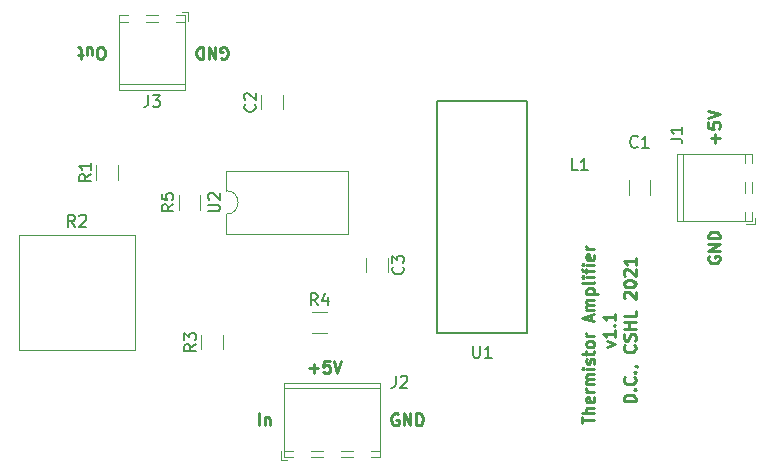
<source format=gbr>
G04 #@! TF.GenerationSoftware,KiCad,Pcbnew,(5.0.2)-1*
G04 #@! TF.CreationDate,2021-10-26T14:02:46-04:00*
G04 #@! TF.ProjectId,thermistor_amplifier,74686572-6d69-4737-946f-725f616d706c,rev?*
G04 #@! TF.SameCoordinates,Original*
G04 #@! TF.FileFunction,Legend,Top*
G04 #@! TF.FilePolarity,Positive*
%FSLAX46Y46*%
G04 Gerber Fmt 4.6, Leading zero omitted, Abs format (unit mm)*
G04 Created by KiCad (PCBNEW (5.0.2)-1) date 10/26/2021 2:02:46 PM*
%MOMM*%
%LPD*%
G01*
G04 APERTURE LIST*
%ADD10C,0.250000*%
%ADD11C,0.120000*%
%ADD12C,0.150000*%
G04 APERTURE END LIST*
D10*
X109981904Y-65270000D02*
X110077142Y-65317619D01*
X110220000Y-65317619D01*
X110362857Y-65270000D01*
X110458095Y-65174761D01*
X110505714Y-65079523D01*
X110553333Y-64889047D01*
X110553333Y-64746190D01*
X110505714Y-64555714D01*
X110458095Y-64460476D01*
X110362857Y-64365238D01*
X110220000Y-64317619D01*
X110124761Y-64317619D01*
X109981904Y-64365238D01*
X109934285Y-64412857D01*
X109934285Y-64746190D01*
X110124761Y-64746190D01*
X109505714Y-64317619D02*
X109505714Y-65317619D01*
X108934285Y-64317619D01*
X108934285Y-65317619D01*
X108458095Y-64317619D02*
X108458095Y-65317619D01*
X108220000Y-65317619D01*
X108077142Y-65270000D01*
X107981904Y-65174761D01*
X107934285Y-65079523D01*
X107886666Y-64889047D01*
X107886666Y-64746190D01*
X107934285Y-64555714D01*
X107981904Y-64460476D01*
X108077142Y-64365238D01*
X108220000Y-64317619D01*
X108458095Y-64317619D01*
X99893333Y-65317619D02*
X99702857Y-65317619D01*
X99607619Y-65270000D01*
X99512380Y-65174761D01*
X99464761Y-64984285D01*
X99464761Y-64650952D01*
X99512380Y-64460476D01*
X99607619Y-64365238D01*
X99702857Y-64317619D01*
X99893333Y-64317619D01*
X99988571Y-64365238D01*
X100083809Y-64460476D01*
X100131428Y-64650952D01*
X100131428Y-64984285D01*
X100083809Y-65174761D01*
X99988571Y-65270000D01*
X99893333Y-65317619D01*
X98607619Y-64984285D02*
X98607619Y-64317619D01*
X99036190Y-64984285D02*
X99036190Y-64460476D01*
X98988571Y-64365238D01*
X98893333Y-64317619D01*
X98750476Y-64317619D01*
X98655238Y-64365238D01*
X98607619Y-64412857D01*
X98274285Y-64984285D02*
X97893333Y-64984285D01*
X98131428Y-65317619D02*
X98131428Y-64460476D01*
X98083809Y-64365238D01*
X97988571Y-64317619D01*
X97893333Y-64317619D01*
X124968095Y-95385000D02*
X124872857Y-95337380D01*
X124730000Y-95337380D01*
X124587142Y-95385000D01*
X124491904Y-95480238D01*
X124444285Y-95575476D01*
X124396666Y-95765952D01*
X124396666Y-95908809D01*
X124444285Y-96099285D01*
X124491904Y-96194523D01*
X124587142Y-96289761D01*
X124730000Y-96337380D01*
X124825238Y-96337380D01*
X124968095Y-96289761D01*
X125015714Y-96242142D01*
X125015714Y-95908809D01*
X124825238Y-95908809D01*
X125444285Y-96337380D02*
X125444285Y-95337380D01*
X126015714Y-96337380D01*
X126015714Y-95337380D01*
X126491904Y-96337380D02*
X126491904Y-95337380D01*
X126730000Y-95337380D01*
X126872857Y-95385000D01*
X126968095Y-95480238D01*
X127015714Y-95575476D01*
X127063333Y-95765952D01*
X127063333Y-95908809D01*
X127015714Y-96099285D01*
X126968095Y-96194523D01*
X126872857Y-96289761D01*
X126730000Y-96337380D01*
X126491904Y-96337380D01*
X117459285Y-91511428D02*
X118221190Y-91511428D01*
X117840238Y-91892380D02*
X117840238Y-91130476D01*
X119173571Y-90892380D02*
X118697380Y-90892380D01*
X118649761Y-91368571D01*
X118697380Y-91320952D01*
X118792619Y-91273333D01*
X119030714Y-91273333D01*
X119125952Y-91320952D01*
X119173571Y-91368571D01*
X119221190Y-91463809D01*
X119221190Y-91701904D01*
X119173571Y-91797142D01*
X119125952Y-91844761D01*
X119030714Y-91892380D01*
X118792619Y-91892380D01*
X118697380Y-91844761D01*
X118649761Y-91797142D01*
X119506904Y-90892380D02*
X119840238Y-91892380D01*
X120173571Y-90892380D01*
X113212619Y-96337380D02*
X113212619Y-95337380D01*
X113688809Y-95670714D02*
X113688809Y-96337380D01*
X113688809Y-95765952D02*
X113736428Y-95718333D01*
X113831666Y-95670714D01*
X113974523Y-95670714D01*
X114069761Y-95718333D01*
X114117380Y-95813571D01*
X114117380Y-96337380D01*
X151265000Y-82041904D02*
X151217380Y-82137142D01*
X151217380Y-82280000D01*
X151265000Y-82422857D01*
X151360238Y-82518095D01*
X151455476Y-82565714D01*
X151645952Y-82613333D01*
X151788809Y-82613333D01*
X151979285Y-82565714D01*
X152074523Y-82518095D01*
X152169761Y-82422857D01*
X152217380Y-82280000D01*
X152217380Y-82184761D01*
X152169761Y-82041904D01*
X152122142Y-81994285D01*
X151788809Y-81994285D01*
X151788809Y-82184761D01*
X152217380Y-81565714D02*
X151217380Y-81565714D01*
X152217380Y-80994285D01*
X151217380Y-80994285D01*
X152217380Y-80518095D02*
X151217380Y-80518095D01*
X151217380Y-80280000D01*
X151265000Y-80137142D01*
X151360238Y-80041904D01*
X151455476Y-79994285D01*
X151645952Y-79946666D01*
X151788809Y-79946666D01*
X151979285Y-79994285D01*
X152074523Y-80041904D01*
X152169761Y-80137142D01*
X152217380Y-80280000D01*
X152217380Y-80518095D01*
X151836428Y-72405714D02*
X151836428Y-71643809D01*
X152217380Y-72024761D02*
X151455476Y-72024761D01*
X151217380Y-70691428D02*
X151217380Y-71167619D01*
X151693571Y-71215238D01*
X151645952Y-71167619D01*
X151598333Y-71072380D01*
X151598333Y-70834285D01*
X151645952Y-70739047D01*
X151693571Y-70691428D01*
X151788809Y-70643809D01*
X152026904Y-70643809D01*
X152122142Y-70691428D01*
X152169761Y-70739047D01*
X152217380Y-70834285D01*
X152217380Y-71072380D01*
X152169761Y-71167619D01*
X152122142Y-71215238D01*
X151217380Y-70358095D02*
X152217380Y-70024761D01*
X151217380Y-69691428D01*
X140577380Y-96169761D02*
X140577380Y-95598333D01*
X141577380Y-95884047D02*
X140577380Y-95884047D01*
X141577380Y-95265000D02*
X140577380Y-95265000D01*
X141577380Y-94836428D02*
X141053571Y-94836428D01*
X140958333Y-94884047D01*
X140910714Y-94979285D01*
X140910714Y-95122142D01*
X140958333Y-95217380D01*
X141005952Y-95265000D01*
X141529761Y-93979285D02*
X141577380Y-94074523D01*
X141577380Y-94265000D01*
X141529761Y-94360238D01*
X141434523Y-94407857D01*
X141053571Y-94407857D01*
X140958333Y-94360238D01*
X140910714Y-94265000D01*
X140910714Y-94074523D01*
X140958333Y-93979285D01*
X141053571Y-93931666D01*
X141148809Y-93931666D01*
X141244047Y-94407857D01*
X141577380Y-93503095D02*
X140910714Y-93503095D01*
X141101190Y-93503095D02*
X141005952Y-93455476D01*
X140958333Y-93407857D01*
X140910714Y-93312619D01*
X140910714Y-93217380D01*
X141577380Y-92884047D02*
X140910714Y-92884047D01*
X141005952Y-92884047D02*
X140958333Y-92836428D01*
X140910714Y-92741190D01*
X140910714Y-92598333D01*
X140958333Y-92503095D01*
X141053571Y-92455476D01*
X141577380Y-92455476D01*
X141053571Y-92455476D02*
X140958333Y-92407857D01*
X140910714Y-92312619D01*
X140910714Y-92169761D01*
X140958333Y-92074523D01*
X141053571Y-92026904D01*
X141577380Y-92026904D01*
X141577380Y-91550714D02*
X140910714Y-91550714D01*
X140577380Y-91550714D02*
X140625000Y-91598333D01*
X140672619Y-91550714D01*
X140625000Y-91503095D01*
X140577380Y-91550714D01*
X140672619Y-91550714D01*
X141529761Y-91122142D02*
X141577380Y-91026904D01*
X141577380Y-90836428D01*
X141529761Y-90741190D01*
X141434523Y-90693571D01*
X141386904Y-90693571D01*
X141291666Y-90741190D01*
X141244047Y-90836428D01*
X141244047Y-90979285D01*
X141196428Y-91074523D01*
X141101190Y-91122142D01*
X141053571Y-91122142D01*
X140958333Y-91074523D01*
X140910714Y-90979285D01*
X140910714Y-90836428D01*
X140958333Y-90741190D01*
X140910714Y-90407857D02*
X140910714Y-90026904D01*
X140577380Y-90265000D02*
X141434523Y-90265000D01*
X141529761Y-90217380D01*
X141577380Y-90122142D01*
X141577380Y-90026904D01*
X141577380Y-89550714D02*
X141529761Y-89645952D01*
X141482142Y-89693571D01*
X141386904Y-89741190D01*
X141101190Y-89741190D01*
X141005952Y-89693571D01*
X140958333Y-89645952D01*
X140910714Y-89550714D01*
X140910714Y-89407857D01*
X140958333Y-89312619D01*
X141005952Y-89265000D01*
X141101190Y-89217380D01*
X141386904Y-89217380D01*
X141482142Y-89265000D01*
X141529761Y-89312619D01*
X141577380Y-89407857D01*
X141577380Y-89550714D01*
X141577380Y-88788809D02*
X140910714Y-88788809D01*
X141101190Y-88788809D02*
X141005952Y-88741190D01*
X140958333Y-88693571D01*
X140910714Y-88598333D01*
X140910714Y-88503095D01*
X141291666Y-87455476D02*
X141291666Y-86979285D01*
X141577380Y-87550714D02*
X140577380Y-87217380D01*
X141577380Y-86884047D01*
X141577380Y-86550714D02*
X140910714Y-86550714D01*
X141005952Y-86550714D02*
X140958333Y-86503095D01*
X140910714Y-86407857D01*
X140910714Y-86265000D01*
X140958333Y-86169761D01*
X141053571Y-86122142D01*
X141577380Y-86122142D01*
X141053571Y-86122142D02*
X140958333Y-86074523D01*
X140910714Y-85979285D01*
X140910714Y-85836428D01*
X140958333Y-85741190D01*
X141053571Y-85693571D01*
X141577380Y-85693571D01*
X140910714Y-85217380D02*
X141910714Y-85217380D01*
X140958333Y-85217380D02*
X140910714Y-85122142D01*
X140910714Y-84931666D01*
X140958333Y-84836428D01*
X141005952Y-84788809D01*
X141101190Y-84741190D01*
X141386904Y-84741190D01*
X141482142Y-84788809D01*
X141529761Y-84836428D01*
X141577380Y-84931666D01*
X141577380Y-85122142D01*
X141529761Y-85217380D01*
X141577380Y-84169761D02*
X141529761Y-84265000D01*
X141434523Y-84312619D01*
X140577380Y-84312619D01*
X141577380Y-83788809D02*
X140910714Y-83788809D01*
X140577380Y-83788809D02*
X140625000Y-83836428D01*
X140672619Y-83788809D01*
X140625000Y-83741190D01*
X140577380Y-83788809D01*
X140672619Y-83788809D01*
X140910714Y-83455476D02*
X140910714Y-83074523D01*
X141577380Y-83312619D02*
X140720238Y-83312619D01*
X140625000Y-83265000D01*
X140577380Y-83169761D01*
X140577380Y-83074523D01*
X141577380Y-82741190D02*
X140910714Y-82741190D01*
X140577380Y-82741190D02*
X140625000Y-82788809D01*
X140672619Y-82741190D01*
X140625000Y-82693571D01*
X140577380Y-82741190D01*
X140672619Y-82741190D01*
X141529761Y-81884047D02*
X141577380Y-81979285D01*
X141577380Y-82169761D01*
X141529761Y-82265000D01*
X141434523Y-82312619D01*
X141053571Y-82312619D01*
X140958333Y-82265000D01*
X140910714Y-82169761D01*
X140910714Y-81979285D01*
X140958333Y-81884047D01*
X141053571Y-81836428D01*
X141148809Y-81836428D01*
X141244047Y-82312619D01*
X141577380Y-81407857D02*
X140910714Y-81407857D01*
X141101190Y-81407857D02*
X141005952Y-81360238D01*
X140958333Y-81312619D01*
X140910714Y-81217380D01*
X140910714Y-81122142D01*
X142660714Y-89693571D02*
X143327380Y-89455476D01*
X142660714Y-89217380D01*
X143327380Y-88312619D02*
X143327380Y-88884047D01*
X143327380Y-88598333D02*
X142327380Y-88598333D01*
X142470238Y-88693571D01*
X142565476Y-88788809D01*
X142613095Y-88884047D01*
X143232142Y-87884047D02*
X143279761Y-87836428D01*
X143327380Y-87884047D01*
X143279761Y-87931666D01*
X143232142Y-87884047D01*
X143327380Y-87884047D01*
X143327380Y-86884047D02*
X143327380Y-87455476D01*
X143327380Y-87169761D02*
X142327380Y-87169761D01*
X142470238Y-87265000D01*
X142565476Y-87360238D01*
X142613095Y-87455476D01*
X145077380Y-94312619D02*
X144077380Y-94312619D01*
X144077380Y-94074523D01*
X144125000Y-93931666D01*
X144220238Y-93836428D01*
X144315476Y-93788809D01*
X144505952Y-93741190D01*
X144648809Y-93741190D01*
X144839285Y-93788809D01*
X144934523Y-93836428D01*
X145029761Y-93931666D01*
X145077380Y-94074523D01*
X145077380Y-94312619D01*
X144982142Y-93312619D02*
X145029761Y-93265000D01*
X145077380Y-93312619D01*
X145029761Y-93360238D01*
X144982142Y-93312619D01*
X145077380Y-93312619D01*
X144982142Y-92265000D02*
X145029761Y-92312619D01*
X145077380Y-92455476D01*
X145077380Y-92550714D01*
X145029761Y-92693571D01*
X144934523Y-92788809D01*
X144839285Y-92836428D01*
X144648809Y-92884047D01*
X144505952Y-92884047D01*
X144315476Y-92836428D01*
X144220238Y-92788809D01*
X144125000Y-92693571D01*
X144077380Y-92550714D01*
X144077380Y-92455476D01*
X144125000Y-92312619D01*
X144172619Y-92265000D01*
X144982142Y-91836428D02*
X145029761Y-91788809D01*
X145077380Y-91836428D01*
X145029761Y-91884047D01*
X144982142Y-91836428D01*
X145077380Y-91836428D01*
X145029761Y-91312619D02*
X145077380Y-91312619D01*
X145172619Y-91360238D01*
X145220238Y-91407857D01*
X144982142Y-89550714D02*
X145029761Y-89598333D01*
X145077380Y-89741190D01*
X145077380Y-89836428D01*
X145029761Y-89979285D01*
X144934523Y-90074523D01*
X144839285Y-90122142D01*
X144648809Y-90169761D01*
X144505952Y-90169761D01*
X144315476Y-90122142D01*
X144220238Y-90074523D01*
X144125000Y-89979285D01*
X144077380Y-89836428D01*
X144077380Y-89741190D01*
X144125000Y-89598333D01*
X144172619Y-89550714D01*
X145029761Y-89169761D02*
X145077380Y-89026904D01*
X145077380Y-88788809D01*
X145029761Y-88693571D01*
X144982142Y-88645952D01*
X144886904Y-88598333D01*
X144791666Y-88598333D01*
X144696428Y-88645952D01*
X144648809Y-88693571D01*
X144601190Y-88788809D01*
X144553571Y-88979285D01*
X144505952Y-89074523D01*
X144458333Y-89122142D01*
X144363095Y-89169761D01*
X144267857Y-89169761D01*
X144172619Y-89122142D01*
X144125000Y-89074523D01*
X144077380Y-88979285D01*
X144077380Y-88741190D01*
X144125000Y-88598333D01*
X145077380Y-88169761D02*
X144077380Y-88169761D01*
X144553571Y-88169761D02*
X144553571Y-87598333D01*
X145077380Y-87598333D02*
X144077380Y-87598333D01*
X145077380Y-86645952D02*
X145077380Y-87122142D01*
X144077380Y-87122142D01*
X144172619Y-85598333D02*
X144125000Y-85550714D01*
X144077380Y-85455476D01*
X144077380Y-85217380D01*
X144125000Y-85122142D01*
X144172619Y-85074523D01*
X144267857Y-85026904D01*
X144363095Y-85026904D01*
X144505952Y-85074523D01*
X145077380Y-85645952D01*
X145077380Y-85026904D01*
X144077380Y-84407857D02*
X144077380Y-84312619D01*
X144125000Y-84217380D01*
X144172619Y-84169761D01*
X144267857Y-84122142D01*
X144458333Y-84074523D01*
X144696428Y-84074523D01*
X144886904Y-84122142D01*
X144982142Y-84169761D01*
X145029761Y-84217380D01*
X145077380Y-84312619D01*
X145077380Y-84407857D01*
X145029761Y-84503095D01*
X144982142Y-84550714D01*
X144886904Y-84598333D01*
X144696428Y-84645952D01*
X144458333Y-84645952D01*
X144267857Y-84598333D01*
X144172619Y-84550714D01*
X144125000Y-84503095D01*
X144077380Y-84407857D01*
X144172619Y-83693571D02*
X144125000Y-83645952D01*
X144077380Y-83550714D01*
X144077380Y-83312619D01*
X144125000Y-83217380D01*
X144172619Y-83169761D01*
X144267857Y-83122142D01*
X144363095Y-83122142D01*
X144505952Y-83169761D01*
X145077380Y-83741190D01*
X145077380Y-83122142D01*
X145077380Y-82169761D02*
X145077380Y-82741190D01*
X145077380Y-82455476D02*
X144077380Y-82455476D01*
X144220238Y-82550714D01*
X144315476Y-82645952D01*
X144363095Y-82741190D01*
D11*
G04 #@! TO.C,C1*
X144505000Y-76802064D02*
X144505000Y-75597936D01*
X146325000Y-76802064D02*
X146325000Y-75597936D01*
G04 #@! TO.C,C2*
X113390000Y-69599564D02*
X113390000Y-68395436D01*
X115210000Y-69599564D02*
X115210000Y-68395436D01*
G04 #@! TO.C,C3*
X122280000Y-82165436D02*
X122280000Y-83369564D01*
X124100000Y-82165436D02*
X124100000Y-83369564D01*
G04 #@! TO.C,J1*
X155165000Y-79270000D02*
X155165000Y-78770000D01*
X154425000Y-79270000D02*
X155165000Y-79270000D01*
X148605000Y-73370000D02*
X154925000Y-73370000D01*
X148605000Y-79030000D02*
X154925000Y-79030000D01*
X154925000Y-74140000D02*
X154925000Y-73370000D01*
X154925000Y-76680000D02*
X154925000Y-75720000D01*
X154925000Y-79030000D02*
X154925000Y-78260000D01*
X148605000Y-79030000D02*
X148605000Y-73370000D01*
X149065000Y-79030000D02*
X149065000Y-73370000D01*
X154365000Y-74140000D02*
X154365000Y-73370000D01*
X154365000Y-76680000D02*
X154365000Y-75720000D01*
X154365000Y-79030000D02*
X154365000Y-78260000D01*
G04 #@! TO.C,J2*
X115280000Y-98485000D02*
X116050000Y-98485000D01*
X117630000Y-98485000D02*
X118590000Y-98485000D01*
X120170000Y-98485000D02*
X121130000Y-98485000D01*
X122710000Y-98485000D02*
X123480000Y-98485000D01*
X115280000Y-93185000D02*
X123480000Y-93185000D01*
X115280000Y-92725000D02*
X123480000Y-92725000D01*
X115280000Y-99045000D02*
X116050000Y-99045000D01*
X117630000Y-99045000D02*
X118590000Y-99045000D01*
X120170000Y-99045000D02*
X121130000Y-99045000D01*
X122710000Y-99045000D02*
X123480000Y-99045000D01*
X115280000Y-92725000D02*
X115280000Y-99045000D01*
X123480000Y-92725000D02*
X123480000Y-99045000D01*
X115040000Y-98545000D02*
X115040000Y-99285000D01*
X115040000Y-99285000D02*
X115540000Y-99285000D01*
G04 #@! TO.C,J3*
X106970000Y-62170000D02*
X106200000Y-62170000D01*
X104620000Y-62170000D02*
X103660000Y-62170000D01*
X102080000Y-62170000D02*
X101310000Y-62170000D01*
X106970000Y-67470000D02*
X101310000Y-67470000D01*
X106970000Y-67930000D02*
X101310000Y-67930000D01*
X106970000Y-61610000D02*
X106200000Y-61610000D01*
X104620000Y-61610000D02*
X103660000Y-61610000D01*
X102080000Y-61610000D02*
X101310000Y-61610000D01*
X106970000Y-67930000D02*
X106970000Y-61610000D01*
X101310000Y-67930000D02*
X101310000Y-61610000D01*
X107210000Y-62110000D02*
X107210000Y-61370000D01*
X107210000Y-61370000D02*
X106710000Y-61370000D01*
G04 #@! TO.C,R1*
X99420000Y-75532064D02*
X99420000Y-74327936D01*
X101240000Y-75532064D02*
X101240000Y-74327936D01*
G04 #@! TO.C,R3*
X110130000Y-89919564D02*
X110130000Y-88715436D01*
X108310000Y-89919564D02*
X108310000Y-88715436D01*
G04 #@! TO.C,R4*
X118929564Y-88540000D02*
X117725436Y-88540000D01*
X118929564Y-86720000D02*
X117725436Y-86720000D01*
G04 #@! TO.C,R5*
X106405000Y-78072064D02*
X106405000Y-76867936D01*
X108225000Y-78072064D02*
X108225000Y-76867936D01*
D12*
G04 #@! TO.C,U1*
X135890000Y-68915000D02*
X135890000Y-88565000D01*
X135890000Y-88565000D02*
X128270000Y-88565000D01*
X128270000Y-88565000D02*
X128270000Y-68915000D01*
X128270000Y-68915000D02*
X135890000Y-68915000D01*
D11*
G04 #@! TO.C,U2*
X110430000Y-76470000D02*
G75*
G02X110430000Y-78470000I0J-1000000D01*
G01*
X110430000Y-78470000D02*
X110430000Y-80120000D01*
X110430000Y-80120000D02*
X120710000Y-80120000D01*
X120710000Y-80120000D02*
X120710000Y-74820000D01*
X120710000Y-74820000D02*
X110430000Y-74820000D01*
X110430000Y-74820000D02*
X110430000Y-76470000D01*
G04 #@! TO.C,R2*
X92890000Y-80205000D02*
X102660000Y-80205000D01*
X92890000Y-89975000D02*
X102660000Y-89975000D01*
X92890000Y-80205000D02*
X92890000Y-89975000D01*
X102660000Y-80205000D02*
X102660000Y-89975000D01*
G04 #@! TO.C,L1*
D12*
X140168333Y-74747380D02*
X139692142Y-74747380D01*
X139692142Y-73747380D01*
X141025476Y-74747380D02*
X140454047Y-74747380D01*
X140739761Y-74747380D02*
X140739761Y-73747380D01*
X140644523Y-73890238D01*
X140549285Y-73985476D01*
X140454047Y-74033095D01*
G04 #@! TO.C,C1*
X145248333Y-72747142D02*
X145200714Y-72794761D01*
X145057857Y-72842380D01*
X144962619Y-72842380D01*
X144819761Y-72794761D01*
X144724523Y-72699523D01*
X144676904Y-72604285D01*
X144629285Y-72413809D01*
X144629285Y-72270952D01*
X144676904Y-72080476D01*
X144724523Y-71985238D01*
X144819761Y-71890000D01*
X144962619Y-71842380D01*
X145057857Y-71842380D01*
X145200714Y-71890000D01*
X145248333Y-71937619D01*
X146200714Y-72842380D02*
X145629285Y-72842380D01*
X145915000Y-72842380D02*
X145915000Y-71842380D01*
X145819761Y-71985238D01*
X145724523Y-72080476D01*
X145629285Y-72128095D01*
G04 #@! TO.C,C2*
X112837142Y-69164166D02*
X112884761Y-69211785D01*
X112932380Y-69354642D01*
X112932380Y-69449880D01*
X112884761Y-69592738D01*
X112789523Y-69687976D01*
X112694285Y-69735595D01*
X112503809Y-69783214D01*
X112360952Y-69783214D01*
X112170476Y-69735595D01*
X112075238Y-69687976D01*
X111980000Y-69592738D01*
X111932380Y-69449880D01*
X111932380Y-69354642D01*
X111980000Y-69211785D01*
X112027619Y-69164166D01*
X112027619Y-68783214D02*
X111980000Y-68735595D01*
X111932380Y-68640357D01*
X111932380Y-68402261D01*
X111980000Y-68307023D01*
X112027619Y-68259404D01*
X112122857Y-68211785D01*
X112218095Y-68211785D01*
X112360952Y-68259404D01*
X112932380Y-68830833D01*
X112932380Y-68211785D01*
G04 #@! TO.C,C3*
X125367142Y-82934166D02*
X125414761Y-82981785D01*
X125462380Y-83124642D01*
X125462380Y-83219880D01*
X125414761Y-83362738D01*
X125319523Y-83457976D01*
X125224285Y-83505595D01*
X125033809Y-83553214D01*
X124890952Y-83553214D01*
X124700476Y-83505595D01*
X124605238Y-83457976D01*
X124510000Y-83362738D01*
X124462380Y-83219880D01*
X124462380Y-83124642D01*
X124510000Y-82981785D01*
X124557619Y-82934166D01*
X124462380Y-82600833D02*
X124462380Y-81981785D01*
X124843333Y-82315119D01*
X124843333Y-82172261D01*
X124890952Y-82077023D01*
X124938571Y-82029404D01*
X125033809Y-81981785D01*
X125271904Y-81981785D01*
X125367142Y-82029404D01*
X125414761Y-82077023D01*
X125462380Y-82172261D01*
X125462380Y-82457976D01*
X125414761Y-82553214D01*
X125367142Y-82600833D01*
G04 #@! TO.C,J1*
X148042380Y-72088333D02*
X148756666Y-72088333D01*
X148899523Y-72135952D01*
X148994761Y-72231190D01*
X149042380Y-72374047D01*
X149042380Y-72469285D01*
X149042380Y-71088333D02*
X149042380Y-71659761D01*
X149042380Y-71374047D02*
X148042380Y-71374047D01*
X148185238Y-71469285D01*
X148280476Y-71564523D01*
X148328095Y-71659761D01*
G04 #@! TO.C,J2*
X124761666Y-92162380D02*
X124761666Y-92876666D01*
X124714047Y-93019523D01*
X124618809Y-93114761D01*
X124475952Y-93162380D01*
X124380714Y-93162380D01*
X125190238Y-92257619D02*
X125237857Y-92210000D01*
X125333095Y-92162380D01*
X125571190Y-92162380D01*
X125666428Y-92210000D01*
X125714047Y-92257619D01*
X125761666Y-92352857D01*
X125761666Y-92448095D01*
X125714047Y-92590952D01*
X125142619Y-93162380D01*
X125761666Y-93162380D01*
G04 #@! TO.C,J3*
X103806666Y-68382380D02*
X103806666Y-69096666D01*
X103759047Y-69239523D01*
X103663809Y-69334761D01*
X103520952Y-69382380D01*
X103425714Y-69382380D01*
X104187619Y-68382380D02*
X104806666Y-68382380D01*
X104473333Y-68763333D01*
X104616190Y-68763333D01*
X104711428Y-68810952D01*
X104759047Y-68858571D01*
X104806666Y-68953809D01*
X104806666Y-69191904D01*
X104759047Y-69287142D01*
X104711428Y-69334761D01*
X104616190Y-69382380D01*
X104330476Y-69382380D01*
X104235238Y-69334761D01*
X104187619Y-69287142D01*
G04 #@! TO.C,R1*
X98962380Y-75096666D02*
X98486190Y-75430000D01*
X98962380Y-75668095D02*
X97962380Y-75668095D01*
X97962380Y-75287142D01*
X98010000Y-75191904D01*
X98057619Y-75144285D01*
X98152857Y-75096666D01*
X98295714Y-75096666D01*
X98390952Y-75144285D01*
X98438571Y-75191904D01*
X98486190Y-75287142D01*
X98486190Y-75668095D01*
X98962380Y-74144285D02*
X98962380Y-74715714D01*
X98962380Y-74430000D02*
X97962380Y-74430000D01*
X98105238Y-74525238D01*
X98200476Y-74620476D01*
X98248095Y-74715714D01*
G04 #@! TO.C,R3*
X107852380Y-89484166D02*
X107376190Y-89817500D01*
X107852380Y-90055595D02*
X106852380Y-90055595D01*
X106852380Y-89674642D01*
X106900000Y-89579404D01*
X106947619Y-89531785D01*
X107042857Y-89484166D01*
X107185714Y-89484166D01*
X107280952Y-89531785D01*
X107328571Y-89579404D01*
X107376190Y-89674642D01*
X107376190Y-90055595D01*
X106852380Y-89150833D02*
X106852380Y-88531785D01*
X107233333Y-88865119D01*
X107233333Y-88722261D01*
X107280952Y-88627023D01*
X107328571Y-88579404D01*
X107423809Y-88531785D01*
X107661904Y-88531785D01*
X107757142Y-88579404D01*
X107804761Y-88627023D01*
X107852380Y-88722261D01*
X107852380Y-89007976D01*
X107804761Y-89103214D01*
X107757142Y-89150833D01*
G04 #@! TO.C,R4*
X118160833Y-86177380D02*
X117827500Y-85701190D01*
X117589404Y-86177380D02*
X117589404Y-85177380D01*
X117970357Y-85177380D01*
X118065595Y-85225000D01*
X118113214Y-85272619D01*
X118160833Y-85367857D01*
X118160833Y-85510714D01*
X118113214Y-85605952D01*
X118065595Y-85653571D01*
X117970357Y-85701190D01*
X117589404Y-85701190D01*
X119017976Y-85510714D02*
X119017976Y-86177380D01*
X118779880Y-85129761D02*
X118541785Y-85844047D01*
X119160833Y-85844047D01*
G04 #@! TO.C,R5*
X105947380Y-77636666D02*
X105471190Y-77970000D01*
X105947380Y-78208095D02*
X104947380Y-78208095D01*
X104947380Y-77827142D01*
X104995000Y-77731904D01*
X105042619Y-77684285D01*
X105137857Y-77636666D01*
X105280714Y-77636666D01*
X105375952Y-77684285D01*
X105423571Y-77731904D01*
X105471190Y-77827142D01*
X105471190Y-78208095D01*
X104947380Y-76731904D02*
X104947380Y-77208095D01*
X105423571Y-77255714D01*
X105375952Y-77208095D01*
X105328333Y-77112857D01*
X105328333Y-76874761D01*
X105375952Y-76779523D01*
X105423571Y-76731904D01*
X105518809Y-76684285D01*
X105756904Y-76684285D01*
X105852142Y-76731904D01*
X105899761Y-76779523D01*
X105947380Y-76874761D01*
X105947380Y-77112857D01*
X105899761Y-77208095D01*
X105852142Y-77255714D01*
G04 #@! TO.C,U1*
X131318095Y-89622380D02*
X131318095Y-90431904D01*
X131365714Y-90527142D01*
X131413333Y-90574761D01*
X131508571Y-90622380D01*
X131699047Y-90622380D01*
X131794285Y-90574761D01*
X131841904Y-90527142D01*
X131889523Y-90431904D01*
X131889523Y-89622380D01*
X132889523Y-90622380D02*
X132318095Y-90622380D01*
X132603809Y-90622380D02*
X132603809Y-89622380D01*
X132508571Y-89765238D01*
X132413333Y-89860476D01*
X132318095Y-89908095D01*
G04 #@! TO.C,U2*
X108882380Y-78231904D02*
X109691904Y-78231904D01*
X109787142Y-78184285D01*
X109834761Y-78136666D01*
X109882380Y-78041428D01*
X109882380Y-77850952D01*
X109834761Y-77755714D01*
X109787142Y-77708095D01*
X109691904Y-77660476D01*
X108882380Y-77660476D01*
X108977619Y-77231904D02*
X108930000Y-77184285D01*
X108882380Y-77089047D01*
X108882380Y-76850952D01*
X108930000Y-76755714D01*
X108977619Y-76708095D01*
X109072857Y-76660476D01*
X109168095Y-76660476D01*
X109310952Y-76708095D01*
X109882380Y-77279523D01*
X109882380Y-76660476D01*
G04 #@! TO.C,R2*
X97608333Y-79527380D02*
X97275000Y-79051190D01*
X97036904Y-79527380D02*
X97036904Y-78527380D01*
X97417857Y-78527380D01*
X97513095Y-78575000D01*
X97560714Y-78622619D01*
X97608333Y-78717857D01*
X97608333Y-78860714D01*
X97560714Y-78955952D01*
X97513095Y-79003571D01*
X97417857Y-79051190D01*
X97036904Y-79051190D01*
X97989285Y-78622619D02*
X98036904Y-78575000D01*
X98132142Y-78527380D01*
X98370238Y-78527380D01*
X98465476Y-78575000D01*
X98513095Y-78622619D01*
X98560714Y-78717857D01*
X98560714Y-78813095D01*
X98513095Y-78955952D01*
X97941666Y-79527380D01*
X98560714Y-79527380D01*
G04 #@! TD*
M02*

</source>
